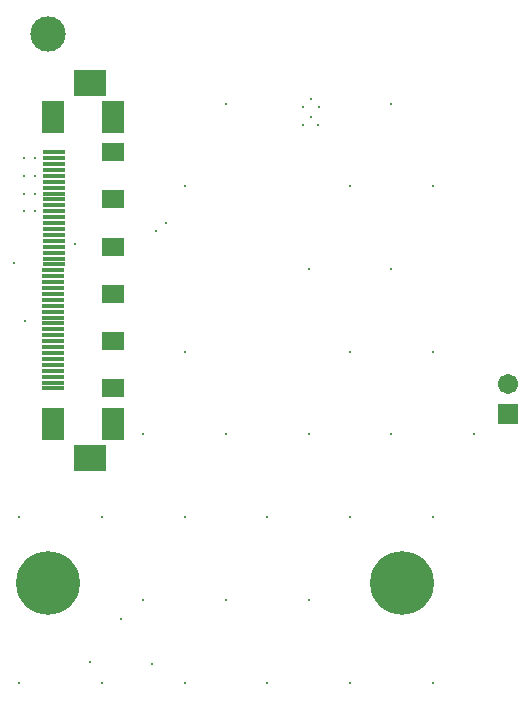
<source format=gts>
G04 Layer_Color=8388736*
%FSLAX44Y44*%
%MOMM*%
G71*
G01*
G75*
%ADD29R,1.9032X1.5032*%
%ADD30R,1.8600X0.4100*%
%ADD31R,1.9032X2.7032*%
%ADD32R,2.7032X2.2532*%
%ADD33C,3.0000*%
%ADD34C,5.4032*%
%ADD35C,1.7032*%
%ADD36R,1.7032X1.7032*%
%ADD37C,0.3000*%
D29*
X105250Y505000D02*
D03*
Y305000D02*
D03*
Y345000D02*
D03*
Y385000D02*
D03*
Y465000D02*
D03*
Y425000D02*
D03*
D30*
X55000Y505000D02*
D03*
Y500000D02*
D03*
Y495000D02*
D03*
Y490000D02*
D03*
Y485000D02*
D03*
Y480000D02*
D03*
Y475000D02*
D03*
Y470000D02*
D03*
Y465000D02*
D03*
Y460000D02*
D03*
Y455000D02*
D03*
Y450000D02*
D03*
Y445000D02*
D03*
Y440000D02*
D03*
Y435000D02*
D03*
Y430000D02*
D03*
Y425000D02*
D03*
Y420000D02*
D03*
Y415000D02*
D03*
Y410000D02*
D03*
X54750Y405000D02*
D03*
Y400000D02*
D03*
Y395000D02*
D03*
Y390000D02*
D03*
Y385000D02*
D03*
Y380000D02*
D03*
Y375000D02*
D03*
Y370000D02*
D03*
Y365000D02*
D03*
Y360000D02*
D03*
Y355000D02*
D03*
Y350000D02*
D03*
Y345000D02*
D03*
Y340000D02*
D03*
Y335000D02*
D03*
Y330000D02*
D03*
Y325000D02*
D03*
Y320000D02*
D03*
Y315000D02*
D03*
Y310000D02*
D03*
Y305000D02*
D03*
D31*
X105250Y535000D02*
D03*
Y275000D02*
D03*
X54750Y535000D02*
D03*
Y275000D02*
D03*
D32*
X85500Y564000D02*
D03*
Y246000D02*
D03*
D33*
X50000Y605000D02*
D03*
D34*
X350000Y140000D02*
D03*
X50000D02*
D03*
D35*
X440000Y308400D02*
D03*
D36*
Y283000D02*
D03*
D37*
X105250Y385000D02*
D03*
X376000Y476000D02*
D03*
Y336000D02*
D03*
X411000Y266000D02*
D03*
X376000Y196000D02*
D03*
Y56000D02*
D03*
X341000Y546000D02*
D03*
X306000Y476000D02*
D03*
X341000Y406000D02*
D03*
X306000Y336000D02*
D03*
X341000Y266000D02*
D03*
X306000Y196000D02*
D03*
Y56000D02*
D03*
X271000Y406000D02*
D03*
Y266000D02*
D03*
X236000Y196000D02*
D03*
X271000Y126000D02*
D03*
X236000Y56000D02*
D03*
X201000Y546000D02*
D03*
X166000Y476000D02*
D03*
Y336000D02*
D03*
X201000Y266000D02*
D03*
X166000Y196000D02*
D03*
X201000Y126000D02*
D03*
X166000Y56000D02*
D03*
X131000Y266000D02*
D03*
X96000Y196000D02*
D03*
X131000Y126000D02*
D03*
X96000Y56000D02*
D03*
X26000Y196000D02*
D03*
Y56000D02*
D03*
X138000Y72000D02*
D03*
X112100Y109900D02*
D03*
X86000Y73000D02*
D03*
X266000Y528000D02*
D03*
X279000D02*
D03*
X273000Y535000D02*
D03*
X266000Y543000D02*
D03*
X280000D02*
D03*
X273000Y550000D02*
D03*
X30000Y455000D02*
D03*
Y470000D02*
D03*
Y485000D02*
D03*
Y500000D02*
D03*
X39000D02*
D03*
Y485000D02*
D03*
Y470000D02*
D03*
Y455000D02*
D03*
X150000Y445000D02*
D03*
X142000Y437999D02*
D03*
X73250Y427500D02*
D03*
X21750Y411000D02*
D03*
X30750Y362000D02*
D03*
M02*

</source>
